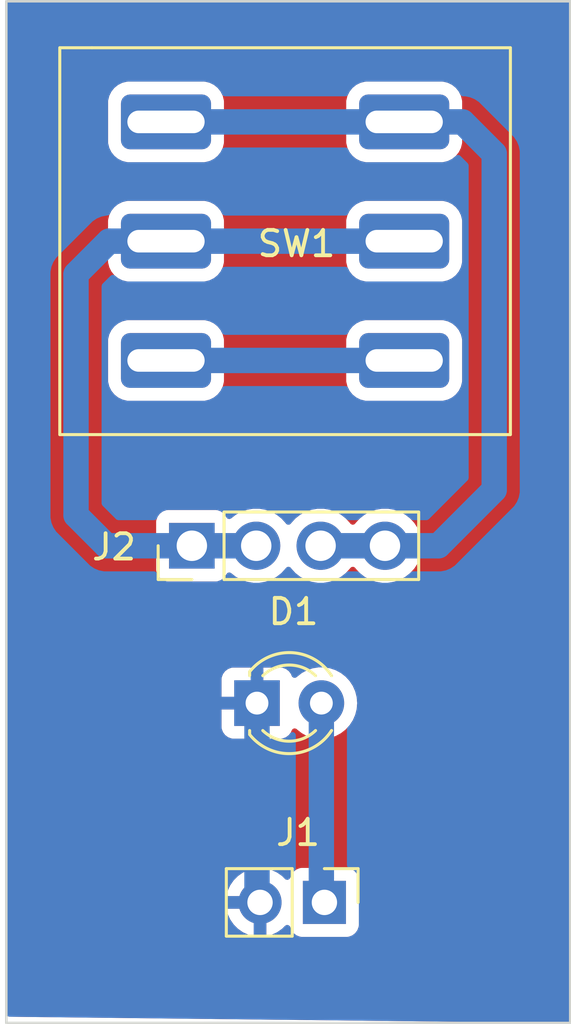
<source format=kicad_pcb>
(kicad_pcb (version 20240108) (generator "pcbnew") (generator_version "8.0")
  (title_block (title "Bantamp Power Switch Group") (date "2024-03-06") (rev "1.2") (company "RoboWidgets") (comment 1 "Fixed leg spacing on switch") (comment 2 "Added ore clearence to holes"))
  (layers (0 "F.Cu" signal) (31 "B.Cu" signal) (34 "B.Paste" user) (35 "F.Paste" user) (36 "B.SilkS" user "B.Silkscreen") (37 "F.SilkS" user "F.Silkscreen") (38 "B.Mask" user) (39 "F.Mask" user) (44 "Edge.Cuts" user))
  (net 0 "")
  (net 1 "Net-(D1-K)")
  (net 2 "Net-(D1-A)")
  (net 3 "Net-(J2-Pin_3)")
  (net 4 "Net-(J2-Pin_1)")
  (net 5 "Net-(SW1-C-Pad3)")
  (footprint "Kidwidgets:Toggle_DPDT" (layer "F.Cu") (at 128.999 87.201)
    (property "Reference" "SW1" (at 0.45 0.101 0) (layer "F.SilkS"))
    (property "Value" "SW_Push_DPDT")
    (fp_line (start -8.89 -7.62) (end -7.62 -7.62) (stroke (width 0.12)) (layer "F.SilkS"))
    (fp_line (start -8.89 7.62) (end -8.89 -7.62) (stroke (width 0.12)) (layer "F.SilkS"))
    (fp_line (start -7.62 -7.62) (end 8.89 -7.62) (stroke (width 0.12)) (layer "F.SilkS"))
    (fp_line (start 8.89 -7.62) (end 8.89 7.62) (stroke (width 0.12)) (layer "F.SilkS"))
    (fp_line (start 8.89 7.62) (end -8.89 7.62) (stroke (width 0.12)) (layer "F.SilkS"))
    (pad "1" thru_hole roundrect (at -4.699 -4.699) (size 3.556 2.159) (drill oval 3.048 0.889) (layers "*.Cu" "*.Mask") (roundrect_rratio 0.1640419948) (net 3 "Net-(J2-Pin_3)"))
    (pad "2" thru_hole roundrect (at -4.699 0) (size 3.556 2.159) (drill oval 3.048 0.889) (layers "*.Cu" "*.Mask") (roundrect_rratio 0.1640419948) (net 4 "Net-(J2-Pin_1)"))
    (pad "3" thru_hole roundrect (at -4.699 4.699) (size 3.556 2.159) (drill oval 3.048 0.889) (layers "*.Cu" "*.Mask") (roundrect_rratio 0.1640419948) (net 5 "Net-(SW1-C-Pad3)"))
    (pad "4" thru_hole roundrect (at 4.699 -4.699) (size 3.556 2.159) (drill oval 3.048 0.889) (layers "*.Cu" "*.Mask") (roundrect_rratio 0.1640419948) (net 3 "Net-(J2-Pin_3)"))
    (pad "5" thru_hole roundrect (at 4.699 0) (size 3.556 2.159) (drill oval 3.048 0.889) (layers "*.Cu" "*.Mask") (roundrect_rratio 0.1640419948) (net 4 "Net-(J2-Pin_1)"))
    (pad "6" thru_hole roundrect (at 4.699 4.699) (size 3.556 2.159) (drill oval 3.048 0.889) (layers "*.Cu" "*.Mask") (roundrect_rratio 0.1640419948) (net 5 "Net-(SW1-C-Pad3)"))
  )
  (footprint "Connector_PinHeader_2.54mm:PinHeader_1x02_P2.54mm_Vertical" (layer "F.Cu") (at 130.55 113.25 -90)
    (property "Reference" "J1" (at -2.75 1.04 180) (layer "F.SilkS"))
    (property "Value" "Conn_01x02_Male" (hide yes))
    (fp_line (start -1.33 3.87) (end 1.33 3.87) (stroke (width 0.12)) (layer "F.SilkS"))
    (fp_line (start -1.33 1.27) (end -1.33 3.87) (stroke (width 0.12)) (layer "F.SilkS"))
    (fp_line (start -1.33 1.27) (end 1.33 1.27) (stroke (width 0.12)) (layer "F.SilkS"))
    (fp_line (start 1.33 1.27) (end 1.33 3.87) (stroke (width 0.12)) (layer "F.SilkS"))
    (fp_line (start -1.33 0) (end -1.33 -1.33) (stroke (width 0.12)) (layer "F.SilkS"))
    (fp_line (start -1.33 -1.33) (end 0 -1.33) (stroke (width 0.12)) (layer "F.SilkS"))
    (pad "1" thru_hole rect (at 0 0 270) (size 1.7 1.7) (drill 1) (layers "*.Cu" "*.Mask") (net 2 "Net-(D1-A)"))
    (pad "2" thru_hole oval (at 0 2.54 270) (size 1.7 1.7) (drill 1) (layers "*.Cu" "*.Mask") (net 1 "Net-(D1-K)"))
  )
  (footprint "Connector_PinHeader_2.54mm:PinHeader_1x04_P2.54mm_Vertical" (layer "F.Cu") (at 125.32 99.2 90)
    (property "Reference" "J2" (at -0.05 -3.07 0) (layer "F.SilkS"))
    (property "Value" "Conn_01x04_Male" (hide yes))
    (fp_line (start -1.33 -1.33) (end 0 -1.33) (stroke (width 0.12)) (layer "F.SilkS"))
    (fp_line (start -1.33 0) (end -1.33 -1.33) (stroke (width 0.12)) (layer "F.SilkS"))
    (fp_line (start 1.33 1.27) (end 1.33 8.95) (stroke (width 0.12)) (layer "F.SilkS"))
    (fp_line (start -1.33 1.27) (end 1.33 1.27) (stroke (width 0.12)) (layer "F.SilkS"))
    (fp_line (start -1.33 1.27) (end -1.33 8.95) (stroke (width 0.12)) (layer "F.SilkS"))
    (fp_line (start -1.33 8.95) (end 1.33 8.95) (stroke (width 0.12)) (layer "F.SilkS"))
    (pad "1" thru_hole rect (at 0 0 90) (size 1.8 1.8) (drill 1.2) (layers "*.Cu" "*.Mask") (net 4 "Net-(J2-Pin_1)"))
    (pad "2" thru_hole oval (at 0 2.54 90) (size 1.9 1.9) (drill 1.2) (layers "*.Cu" "*.Mask") (net 4 "Net-(J2-Pin_1)"))
    (pad "3" thru_hole circle (at 0 5.08 90) (size 1.9 1.9) (drill 1.2) (layers "*.Cu" "*.Mask") (net 3 "Net-(J2-Pin_3)"))
    (pad "4" thru_hole circle (at 0 7.62 90) (size 1.9 1.9) (drill 1.2) (layers "*.Cu" "*.Mask") (net 3 "Net-(J2-Pin_3)"))
  )
  (footprint "LED_THT:LED_D3.0mm" (layer "F.Cu") (at 127.89 105.399)
    (property "Reference" "D1" (at 1.44 -3.601 360) (layer "F.SilkS"))
    (property "Value" "LED")
    (fp_line (start -0.29 -1.236) (end -0.29 -1.08) (stroke (width 0.12)) (layer "F.SilkS"))
    (fp_line (start -0.29 1.08) (end -0.29 1.236) (stroke (width 0.12)) (layer "F.SilkS"))
    (fp_arc (start -0.29 -1.235516) (mid 1.366487 -1.987659) (end 2.942335 -1.078608) (stroke (width 0.12)) (layer "F.SilkS"))
    (fp_arc (start 0.229039 -1.08) (mid 1.270117 -1.5) (end 2.31113 -1.079837) (stroke (width 0.12)) (layer "F.SilkS"))
    (fp_arc (start 2.31113 1.079837) (mid 1.270117 1.5) (end 0.229039 1.08) (stroke (width 0.12)) (layer "F.SilkS"))
    (fp_arc (start 2.942335 1.078608) (mid 1.366487 1.987659) (end -0.29 1.235516) (stroke (width 0.12)) (layer "F.SilkS"))
    (pad "1" thru_hole rect (at 0 0) (size 1.8 1.8) (drill 0.9) (layers "*.Cu" "*.Mask") (net 1 "Net-(D1-K)"))
    (pad "2" thru_hole circle (at 2.54 0) (size 1.8 1.8) (drill 0.9) (layers "*.Cu" "*.Mask") (net 2 "Net-(D1-A)"))
  )
  (gr_rect (start 118 77.75) (end 140.25 118) (stroke (width 0.1)) (fill none) (layer "Edge.Cuts"))
  (segment (start 127.89 113.13) (end 128.01 113.25) (width 1) (layer "B.Cu") (net 1))
  (segment (start 127.89 105.399) (end 127.89 113.13) (width 1) (layer "B.Cu") (net 1))
  (segment (start 130.43 105.399) (end 130.43 113.13) (width 1) (layer "B.Cu") (net 2))
  (segment (start 130.43 113.13) (end 130.55 113.25) (width 1) (layer "B.Cu") (net 2))
  (segment (start 137.25 83.75) (end 137.25 97) (width 1) (layer "B.Cu") (net 3))
  (segment (start 133.698 82.502) (end 136.002 82.502) (width 1) (layer "B.Cu") (net 3))
  (segment (start 135.05 99.2) (end 132.94 99.2) (width 1) (layer "B.Cu") (net 3))
  (segment (start 132.94 99.2) (end 130.4 99.2) (width 1) (layer "B.Cu") (net 3))
  (segment (start 124.3 82.502) (end 133.698 82.502) (width 1) (layer "B.Cu") (net 3))
  (segment (start 136.002 82.502) (end 137.25 83.75) (width 1) (layer "B.Cu") (net 3))
  (segment (start 137.25 97) (end 135.05 99.2) (width 1) (layer "B.Cu") (net 3))
  (segment (start 125.32 99.2) (end 127.86 99.2) (width 1) (layer "B.Cu") (net 4))
  (segment (start 124.3 87.201) (end 122.049 87.201) (width 1) (layer "B.Cu") (net 4))
  (segment (start 122.049 87.201) (end 120.75 88.5) (width 1) (layer "B.Cu") (net 4))
  (segment (start 124.3 87.201) (end 133.698 87.201) (width 1) (layer "B.Cu") (net 4))
  (segment (start 120.75 88.5) (end 120.75 98) (width 1) (layer "B.Cu") (net 4))
  (segment (start 121.95 99.2) (end 120.75 98) (width 1) (layer "B.Cu") (net 4))
  (segment (start 125.32 99.2) (end 121.95 99.2) (width 1) (layer "B.Cu") (net 4))
  (segment (start 124.3 91.9) (end 133.698 91.9) (width 1) (layer "B.Cu") (net 5))
  (zone (net 1) (net_name "Net-(D1-K)") (layers "F&B.Cu") (connect_pads (clearance 0.508)) (min_thickness 0.25) (fill yes (thermal_gap 0.5) (thermal_bridge_width 0.5))
    (polygon (pts (xy 118 77.75) (xy 140.25 77.75) (xy 140.25 118) (xy 117.75 117.75)))
  )
)
</source>
